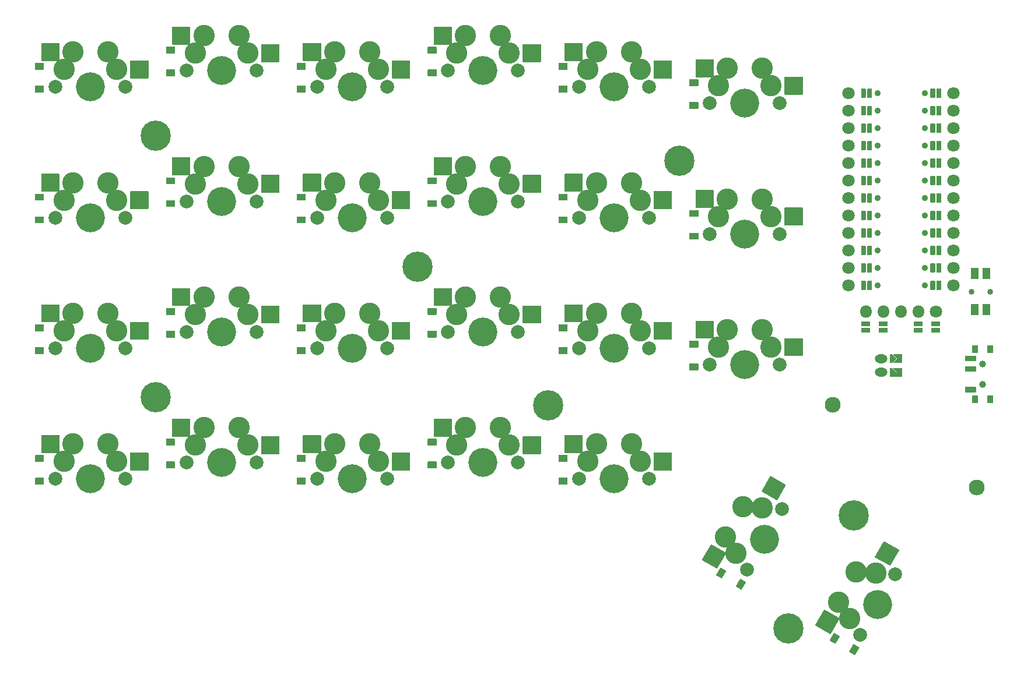
<source format=gts>
G04 #@! TF.GenerationSoftware,KiCad,Pcbnew,8.0.8+1*
G04 #@! TF.CreationDate,2025-06-17T15:49:30+00:00*
G04 #@! TF.ProjectId,eggada50_wireless,65676761-6461-4353-905f-776972656c65,0.2*
G04 #@! TF.SameCoordinates,Original*
G04 #@! TF.FileFunction,Soldermask,Top*
G04 #@! TF.FilePolarity,Negative*
%FSLAX46Y46*%
G04 Gerber Fmt 4.6, Leading zero omitted, Abs format (unit mm)*
G04 Created by KiCad (PCBNEW 8.0.8+1) date 2025-06-17 15:49:30*
%MOMM*%
%LPD*%
G01*
G04 APERTURE LIST*
%ADD10C,2.300000*%
%ADD11C,4.400000*%
%ADD12C,4.200000*%
%ADD13C,2.000000*%
%ADD14C,3.100000*%
%ADD15C,1.800000*%
%ADD16C,0.900000*%
%ADD17O,1.800000X1.800000*%
%ADD18C,1.000000*%
%ADD19C,0.850000*%
%ADD20O,1.850000X1.300000*%
G04 APERTURE END LIST*
D10*
X207762000Y-89226000D03*
X228694000Y-101245000D03*
D11*
X109500000Y-50125000D03*
X109500000Y-88125000D03*
X185468000Y-53736000D03*
X147500000Y-69125000D03*
X166468000Y-89261000D03*
X210827241Y-105262759D03*
X201327241Y-121717241D03*
D12*
X100000000Y-100000000D03*
D13*
X105080000Y-100000000D03*
X94920000Y-100000000D03*
D14*
X102540000Y-94920000D03*
X96190000Y-97460000D03*
D12*
X100000000Y-81000000D03*
D13*
X105080000Y-81000000D03*
X94920000Y-81000000D03*
D14*
X102540000Y-75920000D03*
X96190000Y-78460000D03*
D12*
X100000000Y-62000000D03*
D13*
X105080000Y-62000000D03*
X94920000Y-62000000D03*
D14*
X102540000Y-56920000D03*
X96190000Y-59460000D03*
D12*
X100000000Y-43000000D03*
D13*
X105080000Y-43000000D03*
X94920000Y-43000000D03*
D14*
X102540000Y-37920000D03*
X96190000Y-40460000D03*
D12*
X119000000Y-97625000D03*
D13*
X124080000Y-97625000D03*
X113920000Y-97625000D03*
D14*
X121540000Y-92545000D03*
X115190000Y-95085000D03*
D12*
X119000000Y-78625000D03*
D13*
X124080000Y-78625000D03*
X113920000Y-78625000D03*
D14*
X121540000Y-73545000D03*
X115190000Y-76085000D03*
D12*
X119000000Y-59625000D03*
D13*
X124080000Y-59625000D03*
X113920000Y-59625000D03*
D14*
X121540000Y-54545000D03*
X115190000Y-57085000D03*
D12*
X119000000Y-40625000D03*
D13*
X124080000Y-40625000D03*
X113920000Y-40625000D03*
D14*
X121540000Y-35545000D03*
X115190000Y-38085000D03*
D12*
X138000000Y-100000000D03*
D13*
X143080000Y-100000000D03*
X132920000Y-100000000D03*
D14*
X140540000Y-94920000D03*
X134190000Y-97460000D03*
D12*
X138000000Y-81000000D03*
D13*
X143080000Y-81000000D03*
X132920000Y-81000000D03*
D14*
X140540000Y-75920000D03*
X134190000Y-78460000D03*
D12*
X138000000Y-62000000D03*
D13*
X143080000Y-62000000D03*
X132920000Y-62000000D03*
D14*
X140540000Y-56920000D03*
X134190000Y-59460000D03*
D12*
X138000000Y-43000000D03*
D13*
X143080000Y-43000000D03*
X132920000Y-43000000D03*
D14*
X140540000Y-37920000D03*
X134190000Y-40460000D03*
D12*
X157000000Y-97625000D03*
D13*
X162080000Y-97625000D03*
X151920000Y-97625000D03*
D14*
X159540000Y-92545000D03*
X153190000Y-95085000D03*
D12*
X157000000Y-78625000D03*
D13*
X162080000Y-78625000D03*
X151920000Y-78625000D03*
D14*
X159540000Y-73545000D03*
X153190000Y-76085000D03*
D12*
X157000000Y-59625000D03*
D13*
X162080000Y-59625000D03*
X151920000Y-59625000D03*
D14*
X159540000Y-54545000D03*
X153190000Y-57085000D03*
D12*
X157000000Y-40625000D03*
D13*
X162080000Y-40625000D03*
X151920000Y-40625000D03*
D14*
X159540000Y-35545000D03*
X153190000Y-38085000D03*
D12*
X176000000Y-100000000D03*
D13*
X181080000Y-100000000D03*
X170920000Y-100000000D03*
D14*
X178540000Y-94920000D03*
X172190000Y-97460000D03*
D12*
X176000000Y-81000000D03*
D13*
X181080000Y-81000000D03*
X170920000Y-81000000D03*
D14*
X178540000Y-75920000D03*
X172190000Y-78460000D03*
D12*
X176000000Y-62000000D03*
D13*
X181080000Y-62000000D03*
X170920000Y-62000000D03*
D14*
X178540000Y-56920000D03*
X172190000Y-59460000D03*
D12*
X176000000Y-43000000D03*
D13*
X181080000Y-43000000D03*
X170920000Y-43000000D03*
D14*
X178540000Y-37920000D03*
X172190000Y-40460000D03*
D12*
X195000000Y-83375000D03*
D13*
X200080000Y-83375000D03*
X189920000Y-83375000D03*
D14*
X197540000Y-78295000D03*
X191190000Y-80835000D03*
D12*
X195000000Y-64375000D03*
D13*
X200080000Y-64375000D03*
X189920000Y-64375000D03*
D14*
X197540000Y-59295000D03*
X191190000Y-61835000D03*
D12*
X195000000Y-45375000D03*
D13*
X200080000Y-45375000D03*
X189920000Y-45375000D03*
D14*
X197540000Y-40295000D03*
X191190000Y-42835000D03*
D12*
X197850000Y-108740000D03*
D13*
X200390000Y-104340591D03*
X195310000Y-113139409D03*
D14*
X194720591Y-104000295D03*
X193745295Y-110769557D03*
D12*
X214304483Y-118240000D03*
D13*
X216844483Y-113840591D03*
X211764483Y-122639409D03*
D14*
X211175074Y-113500295D03*
X210199778Y-120269557D03*
D12*
X100000000Y-100000000D03*
D13*
X105080000Y-100000000D03*
X94920000Y-100000000D03*
D14*
X97460000Y-94920000D03*
X103810000Y-97460000D03*
G36*
G01*
X105760000Y-98710000D02*
X105760000Y-96210000D01*
G75*
G02*
X105810000Y-96160000I50000J0D01*
G01*
X108360000Y-96160000D01*
G75*
G02*
X108410000Y-96210000I0J-50000D01*
G01*
X108410000Y-98710000D01*
G75*
G02*
X108360000Y-98760000I-50000J0D01*
G01*
X105810000Y-98760000D01*
G75*
G02*
X105760000Y-98710000I0J50000D01*
G01*
G37*
G36*
G01*
X92833000Y-96170000D02*
X92833000Y-93670000D01*
G75*
G02*
X92883000Y-93620000I50000J0D01*
G01*
X95433000Y-93620000D01*
G75*
G02*
X95483000Y-93670000I0J-50000D01*
G01*
X95483000Y-96170000D01*
G75*
G02*
X95433000Y-96220000I-50000J0D01*
G01*
X92883000Y-96220000D01*
G75*
G02*
X92833000Y-96170000I0J50000D01*
G01*
G37*
D12*
X100000000Y-81000000D03*
D13*
X105080000Y-81000000D03*
X94920000Y-81000000D03*
D14*
X97460000Y-75920000D03*
X103810000Y-78460000D03*
G36*
G01*
X105760000Y-79710000D02*
X105760000Y-77210000D01*
G75*
G02*
X105810000Y-77160000I50000J0D01*
G01*
X108360000Y-77160000D01*
G75*
G02*
X108410000Y-77210000I0J-50000D01*
G01*
X108410000Y-79710000D01*
G75*
G02*
X108360000Y-79760000I-50000J0D01*
G01*
X105810000Y-79760000D01*
G75*
G02*
X105760000Y-79710000I0J50000D01*
G01*
G37*
G36*
G01*
X92833000Y-77170000D02*
X92833000Y-74670000D01*
G75*
G02*
X92883000Y-74620000I50000J0D01*
G01*
X95433000Y-74620000D01*
G75*
G02*
X95483000Y-74670000I0J-50000D01*
G01*
X95483000Y-77170000D01*
G75*
G02*
X95433000Y-77220000I-50000J0D01*
G01*
X92883000Y-77220000D01*
G75*
G02*
X92833000Y-77170000I0J50000D01*
G01*
G37*
D12*
X100000000Y-62000000D03*
D13*
X105080000Y-62000000D03*
X94920000Y-62000000D03*
D14*
X97460000Y-56920000D03*
X103810000Y-59460000D03*
G36*
G01*
X105760000Y-60710000D02*
X105760000Y-58210000D01*
G75*
G02*
X105810000Y-58160000I50000J0D01*
G01*
X108360000Y-58160000D01*
G75*
G02*
X108410000Y-58210000I0J-50000D01*
G01*
X108410000Y-60710000D01*
G75*
G02*
X108360000Y-60760000I-50000J0D01*
G01*
X105810000Y-60760000D01*
G75*
G02*
X105760000Y-60710000I0J50000D01*
G01*
G37*
G36*
G01*
X92833000Y-58170000D02*
X92833000Y-55670000D01*
G75*
G02*
X92883000Y-55620000I50000J0D01*
G01*
X95433000Y-55620000D01*
G75*
G02*
X95483000Y-55670000I0J-50000D01*
G01*
X95483000Y-58170000D01*
G75*
G02*
X95433000Y-58220000I-50000J0D01*
G01*
X92883000Y-58220000D01*
G75*
G02*
X92833000Y-58170000I0J50000D01*
G01*
G37*
D12*
X100000000Y-43000000D03*
D13*
X105080000Y-43000000D03*
X94920000Y-43000000D03*
D14*
X97460000Y-37920000D03*
X103810000Y-40460000D03*
G36*
G01*
X105760000Y-41710000D02*
X105760000Y-39210000D01*
G75*
G02*
X105810000Y-39160000I50000J0D01*
G01*
X108360000Y-39160000D01*
G75*
G02*
X108410000Y-39210000I0J-50000D01*
G01*
X108410000Y-41710000D01*
G75*
G02*
X108360000Y-41760000I-50000J0D01*
G01*
X105810000Y-41760000D01*
G75*
G02*
X105760000Y-41710000I0J50000D01*
G01*
G37*
G36*
G01*
X92833000Y-39170000D02*
X92833000Y-36670000D01*
G75*
G02*
X92883000Y-36620000I50000J0D01*
G01*
X95433000Y-36620000D01*
G75*
G02*
X95483000Y-36670000I0J-50000D01*
G01*
X95483000Y-39170000D01*
G75*
G02*
X95433000Y-39220000I-50000J0D01*
G01*
X92883000Y-39220000D01*
G75*
G02*
X92833000Y-39170000I0J50000D01*
G01*
G37*
D12*
X119000000Y-97625000D03*
D13*
X124080000Y-97625000D03*
X113920000Y-97625000D03*
D14*
X116460000Y-92545000D03*
X122810000Y-95085000D03*
G36*
G01*
X124760000Y-96335000D02*
X124760000Y-93835000D01*
G75*
G02*
X124810000Y-93785000I50000J0D01*
G01*
X127360000Y-93785000D01*
G75*
G02*
X127410000Y-93835000I0J-50000D01*
G01*
X127410000Y-96335000D01*
G75*
G02*
X127360000Y-96385000I-50000J0D01*
G01*
X124810000Y-96385000D01*
G75*
G02*
X124760000Y-96335000I0J50000D01*
G01*
G37*
G36*
G01*
X111833000Y-93795000D02*
X111833000Y-91295000D01*
G75*
G02*
X111883000Y-91245000I50000J0D01*
G01*
X114433000Y-91245000D01*
G75*
G02*
X114483000Y-91295000I0J-50000D01*
G01*
X114483000Y-93795000D01*
G75*
G02*
X114433000Y-93845000I-50000J0D01*
G01*
X111883000Y-93845000D01*
G75*
G02*
X111833000Y-93795000I0J50000D01*
G01*
G37*
D12*
X119000000Y-78625000D03*
D13*
X124080000Y-78625000D03*
X113920000Y-78625000D03*
D14*
X116460000Y-73545000D03*
X122810000Y-76085000D03*
G36*
G01*
X124760000Y-77335000D02*
X124760000Y-74835000D01*
G75*
G02*
X124810000Y-74785000I50000J0D01*
G01*
X127360000Y-74785000D01*
G75*
G02*
X127410000Y-74835000I0J-50000D01*
G01*
X127410000Y-77335000D01*
G75*
G02*
X127360000Y-77385000I-50000J0D01*
G01*
X124810000Y-77385000D01*
G75*
G02*
X124760000Y-77335000I0J50000D01*
G01*
G37*
G36*
G01*
X111833000Y-74795000D02*
X111833000Y-72295000D01*
G75*
G02*
X111883000Y-72245000I50000J0D01*
G01*
X114433000Y-72245000D01*
G75*
G02*
X114483000Y-72295000I0J-50000D01*
G01*
X114483000Y-74795000D01*
G75*
G02*
X114433000Y-74845000I-50000J0D01*
G01*
X111883000Y-74845000D01*
G75*
G02*
X111833000Y-74795000I0J50000D01*
G01*
G37*
D12*
X119000000Y-59625000D03*
D13*
X124080000Y-59625000D03*
X113920000Y-59625000D03*
D14*
X116460000Y-54545000D03*
X122810000Y-57085000D03*
G36*
G01*
X124760000Y-58335000D02*
X124760000Y-55835000D01*
G75*
G02*
X124810000Y-55785000I50000J0D01*
G01*
X127360000Y-55785000D01*
G75*
G02*
X127410000Y-55835000I0J-50000D01*
G01*
X127410000Y-58335000D01*
G75*
G02*
X127360000Y-58385000I-50000J0D01*
G01*
X124810000Y-58385000D01*
G75*
G02*
X124760000Y-58335000I0J50000D01*
G01*
G37*
G36*
G01*
X111833000Y-55795000D02*
X111833000Y-53295000D01*
G75*
G02*
X111883000Y-53245000I50000J0D01*
G01*
X114433000Y-53245000D01*
G75*
G02*
X114483000Y-53295000I0J-50000D01*
G01*
X114483000Y-55795000D01*
G75*
G02*
X114433000Y-55845000I-50000J0D01*
G01*
X111883000Y-55845000D01*
G75*
G02*
X111833000Y-55795000I0J50000D01*
G01*
G37*
D12*
X119000000Y-40625000D03*
D13*
X124080000Y-40625000D03*
X113920000Y-40625000D03*
D14*
X116460000Y-35545000D03*
X122810000Y-38085000D03*
G36*
G01*
X124760000Y-39335000D02*
X124760000Y-36835000D01*
G75*
G02*
X124810000Y-36785000I50000J0D01*
G01*
X127360000Y-36785000D01*
G75*
G02*
X127410000Y-36835000I0J-50000D01*
G01*
X127410000Y-39335000D01*
G75*
G02*
X127360000Y-39385000I-50000J0D01*
G01*
X124810000Y-39385000D01*
G75*
G02*
X124760000Y-39335000I0J50000D01*
G01*
G37*
G36*
G01*
X111833000Y-36795000D02*
X111833000Y-34295000D01*
G75*
G02*
X111883000Y-34245000I50000J0D01*
G01*
X114433000Y-34245000D01*
G75*
G02*
X114483000Y-34295000I0J-50000D01*
G01*
X114483000Y-36795000D01*
G75*
G02*
X114433000Y-36845000I-50000J0D01*
G01*
X111883000Y-36845000D01*
G75*
G02*
X111833000Y-36795000I0J50000D01*
G01*
G37*
D12*
X138000000Y-100000000D03*
D13*
X143080000Y-100000000D03*
X132920000Y-100000000D03*
D14*
X135460000Y-94920000D03*
X141810000Y-97460000D03*
G36*
G01*
X143760000Y-98710000D02*
X143760000Y-96210000D01*
G75*
G02*
X143810000Y-96160000I50000J0D01*
G01*
X146360000Y-96160000D01*
G75*
G02*
X146410000Y-96210000I0J-50000D01*
G01*
X146410000Y-98710000D01*
G75*
G02*
X146360000Y-98760000I-50000J0D01*
G01*
X143810000Y-98760000D01*
G75*
G02*
X143760000Y-98710000I0J50000D01*
G01*
G37*
G36*
G01*
X130833000Y-96170000D02*
X130833000Y-93670000D01*
G75*
G02*
X130883000Y-93620000I50000J0D01*
G01*
X133433000Y-93620000D01*
G75*
G02*
X133483000Y-93670000I0J-50000D01*
G01*
X133483000Y-96170000D01*
G75*
G02*
X133433000Y-96220000I-50000J0D01*
G01*
X130883000Y-96220000D01*
G75*
G02*
X130833000Y-96170000I0J50000D01*
G01*
G37*
D12*
X138000000Y-81000000D03*
D13*
X143080000Y-81000000D03*
X132920000Y-81000000D03*
D14*
X135460000Y-75920000D03*
X141810000Y-78460000D03*
G36*
G01*
X143760000Y-79710000D02*
X143760000Y-77210000D01*
G75*
G02*
X143810000Y-77160000I50000J0D01*
G01*
X146360000Y-77160000D01*
G75*
G02*
X146410000Y-77210000I0J-50000D01*
G01*
X146410000Y-79710000D01*
G75*
G02*
X146360000Y-79760000I-50000J0D01*
G01*
X143810000Y-79760000D01*
G75*
G02*
X143760000Y-79710000I0J50000D01*
G01*
G37*
G36*
G01*
X130833000Y-77170000D02*
X130833000Y-74670000D01*
G75*
G02*
X130883000Y-74620000I50000J0D01*
G01*
X133433000Y-74620000D01*
G75*
G02*
X133483000Y-74670000I0J-50000D01*
G01*
X133483000Y-77170000D01*
G75*
G02*
X133433000Y-77220000I-50000J0D01*
G01*
X130883000Y-77220000D01*
G75*
G02*
X130833000Y-77170000I0J50000D01*
G01*
G37*
D12*
X138000000Y-62000000D03*
D13*
X143080000Y-62000000D03*
X132920000Y-62000000D03*
D14*
X135460000Y-56920000D03*
X141810000Y-59460000D03*
G36*
G01*
X143760000Y-60710000D02*
X143760000Y-58210000D01*
G75*
G02*
X143810000Y-58160000I50000J0D01*
G01*
X146360000Y-58160000D01*
G75*
G02*
X146410000Y-58210000I0J-50000D01*
G01*
X146410000Y-60710000D01*
G75*
G02*
X146360000Y-60760000I-50000J0D01*
G01*
X143810000Y-60760000D01*
G75*
G02*
X143760000Y-60710000I0J50000D01*
G01*
G37*
G36*
G01*
X130833000Y-58170000D02*
X130833000Y-55670000D01*
G75*
G02*
X130883000Y-55620000I50000J0D01*
G01*
X133433000Y-55620000D01*
G75*
G02*
X133483000Y-55670000I0J-50000D01*
G01*
X133483000Y-58170000D01*
G75*
G02*
X133433000Y-58220000I-50000J0D01*
G01*
X130883000Y-58220000D01*
G75*
G02*
X130833000Y-58170000I0J50000D01*
G01*
G37*
D12*
X138000000Y-43000000D03*
D13*
X143080000Y-43000000D03*
X132920000Y-43000000D03*
D14*
X135460000Y-37920000D03*
X141810000Y-40460000D03*
G36*
G01*
X143760000Y-41710000D02*
X143760000Y-39210000D01*
G75*
G02*
X143810000Y-39160000I50000J0D01*
G01*
X146360000Y-39160000D01*
G75*
G02*
X146410000Y-39210000I0J-50000D01*
G01*
X146410000Y-41710000D01*
G75*
G02*
X146360000Y-41760000I-50000J0D01*
G01*
X143810000Y-41760000D01*
G75*
G02*
X143760000Y-41710000I0J50000D01*
G01*
G37*
G36*
G01*
X130833000Y-39170000D02*
X130833000Y-36670000D01*
G75*
G02*
X130883000Y-36620000I50000J0D01*
G01*
X133433000Y-36620000D01*
G75*
G02*
X133483000Y-36670000I0J-50000D01*
G01*
X133483000Y-39170000D01*
G75*
G02*
X133433000Y-39220000I-50000J0D01*
G01*
X130883000Y-39220000D01*
G75*
G02*
X130833000Y-39170000I0J50000D01*
G01*
G37*
D12*
X157000000Y-97625000D03*
D13*
X162080000Y-97625000D03*
X151920000Y-97625000D03*
D14*
X154460000Y-92545000D03*
X160810000Y-95085000D03*
G36*
G01*
X162760000Y-96335000D02*
X162760000Y-93835000D01*
G75*
G02*
X162810000Y-93785000I50000J0D01*
G01*
X165360000Y-93785000D01*
G75*
G02*
X165410000Y-93835000I0J-50000D01*
G01*
X165410000Y-96335000D01*
G75*
G02*
X165360000Y-96385000I-50000J0D01*
G01*
X162810000Y-96385000D01*
G75*
G02*
X162760000Y-96335000I0J50000D01*
G01*
G37*
G36*
G01*
X149833000Y-93795000D02*
X149833000Y-91295000D01*
G75*
G02*
X149883000Y-91245000I50000J0D01*
G01*
X152433000Y-91245000D01*
G75*
G02*
X152483000Y-91295000I0J-50000D01*
G01*
X152483000Y-93795000D01*
G75*
G02*
X152433000Y-93845000I-50000J0D01*
G01*
X149883000Y-93845000D01*
G75*
G02*
X149833000Y-93795000I0J50000D01*
G01*
G37*
D12*
X157000000Y-78625000D03*
D13*
X162080000Y-78625000D03*
X151920000Y-78625000D03*
D14*
X154460000Y-73545000D03*
X160810000Y-76085000D03*
G36*
G01*
X162760000Y-77335000D02*
X162760000Y-74835000D01*
G75*
G02*
X162810000Y-74785000I50000J0D01*
G01*
X165360000Y-74785000D01*
G75*
G02*
X165410000Y-74835000I0J-50000D01*
G01*
X165410000Y-77335000D01*
G75*
G02*
X165360000Y-77385000I-50000J0D01*
G01*
X162810000Y-77385000D01*
G75*
G02*
X162760000Y-77335000I0J50000D01*
G01*
G37*
G36*
G01*
X149833000Y-74795000D02*
X149833000Y-72295000D01*
G75*
G02*
X149883000Y-72245000I50000J0D01*
G01*
X152433000Y-72245000D01*
G75*
G02*
X152483000Y-72295000I0J-50000D01*
G01*
X152483000Y-74795000D01*
G75*
G02*
X152433000Y-74845000I-50000J0D01*
G01*
X149883000Y-74845000D01*
G75*
G02*
X149833000Y-74795000I0J50000D01*
G01*
G37*
D12*
X157000000Y-59625000D03*
D13*
X162080000Y-59625000D03*
X151920000Y-59625000D03*
D14*
X154460000Y-54545000D03*
X160810000Y-57085000D03*
G36*
G01*
X162760000Y-58335000D02*
X162760000Y-55835000D01*
G75*
G02*
X162810000Y-55785000I50000J0D01*
G01*
X165360000Y-55785000D01*
G75*
G02*
X165410000Y-55835000I0J-50000D01*
G01*
X165410000Y-58335000D01*
G75*
G02*
X165360000Y-58385000I-50000J0D01*
G01*
X162810000Y-58385000D01*
G75*
G02*
X162760000Y-58335000I0J50000D01*
G01*
G37*
G36*
G01*
X149833000Y-55795000D02*
X149833000Y-53295000D01*
G75*
G02*
X149883000Y-53245000I50000J0D01*
G01*
X152433000Y-53245000D01*
G75*
G02*
X152483000Y-53295000I0J-50000D01*
G01*
X152483000Y-55795000D01*
G75*
G02*
X152433000Y-55845000I-50000J0D01*
G01*
X149883000Y-55845000D01*
G75*
G02*
X149833000Y-55795000I0J50000D01*
G01*
G37*
D12*
X157000000Y-40625000D03*
D13*
X162080000Y-40625000D03*
X151920000Y-40625000D03*
D14*
X154460000Y-35545000D03*
X160810000Y-38085000D03*
G36*
G01*
X162760000Y-39335000D02*
X162760000Y-36835000D01*
G75*
G02*
X162810000Y-36785000I50000J0D01*
G01*
X165360000Y-36785000D01*
G75*
G02*
X165410000Y-36835000I0J-50000D01*
G01*
X165410000Y-39335000D01*
G75*
G02*
X165360000Y-39385000I-50000J0D01*
G01*
X162810000Y-39385000D01*
G75*
G02*
X162760000Y-39335000I0J50000D01*
G01*
G37*
G36*
G01*
X149833000Y-36795000D02*
X149833000Y-34295000D01*
G75*
G02*
X149883000Y-34245000I50000J0D01*
G01*
X152433000Y-34245000D01*
G75*
G02*
X152483000Y-34295000I0J-50000D01*
G01*
X152483000Y-36795000D01*
G75*
G02*
X152433000Y-36845000I-50000J0D01*
G01*
X149883000Y-36845000D01*
G75*
G02*
X149833000Y-36795000I0J50000D01*
G01*
G37*
D12*
X176000000Y-100000000D03*
D13*
X181080000Y-100000000D03*
X170920000Y-100000000D03*
D14*
X173460000Y-94920000D03*
X179810000Y-97460000D03*
G36*
G01*
X181760000Y-98710000D02*
X181760000Y-96210000D01*
G75*
G02*
X181810000Y-96160000I50000J0D01*
G01*
X184360000Y-96160000D01*
G75*
G02*
X184410000Y-96210000I0J-50000D01*
G01*
X184410000Y-98710000D01*
G75*
G02*
X184360000Y-98760000I-50000J0D01*
G01*
X181810000Y-98760000D01*
G75*
G02*
X181760000Y-98710000I0J50000D01*
G01*
G37*
G36*
G01*
X168833000Y-96170000D02*
X168833000Y-93670000D01*
G75*
G02*
X168883000Y-93620000I50000J0D01*
G01*
X171433000Y-93620000D01*
G75*
G02*
X171483000Y-93670000I0J-50000D01*
G01*
X171483000Y-96170000D01*
G75*
G02*
X171433000Y-96220000I-50000J0D01*
G01*
X168883000Y-96220000D01*
G75*
G02*
X168833000Y-96170000I0J50000D01*
G01*
G37*
D12*
X176000000Y-81000000D03*
D13*
X181080000Y-81000000D03*
X170920000Y-81000000D03*
D14*
X173460000Y-75920000D03*
X179810000Y-78460000D03*
G36*
G01*
X181760000Y-79710000D02*
X181760000Y-77210000D01*
G75*
G02*
X181810000Y-77160000I50000J0D01*
G01*
X184360000Y-77160000D01*
G75*
G02*
X184410000Y-77210000I0J-50000D01*
G01*
X184410000Y-79710000D01*
G75*
G02*
X184360000Y-79760000I-50000J0D01*
G01*
X181810000Y-79760000D01*
G75*
G02*
X181760000Y-79710000I0J50000D01*
G01*
G37*
G36*
G01*
X168833000Y-77170000D02*
X168833000Y-74670000D01*
G75*
G02*
X168883000Y-74620000I50000J0D01*
G01*
X171433000Y-74620000D01*
G75*
G02*
X171483000Y-74670000I0J-50000D01*
G01*
X171483000Y-77170000D01*
G75*
G02*
X171433000Y-77220000I-50000J0D01*
G01*
X168883000Y-77220000D01*
G75*
G02*
X168833000Y-77170000I0J50000D01*
G01*
G37*
D12*
X176000000Y-62000000D03*
D13*
X181080000Y-62000000D03*
X170920000Y-62000000D03*
D14*
X173460000Y-56920000D03*
X179810000Y-59460000D03*
G36*
G01*
X181760000Y-60710000D02*
X181760000Y-58210000D01*
G75*
G02*
X181810000Y-58160000I50000J0D01*
G01*
X184360000Y-58160000D01*
G75*
G02*
X184410000Y-58210000I0J-50000D01*
G01*
X184410000Y-60710000D01*
G75*
G02*
X184360000Y-60760000I-50000J0D01*
G01*
X181810000Y-60760000D01*
G75*
G02*
X181760000Y-60710000I0J50000D01*
G01*
G37*
G36*
G01*
X168833000Y-58170000D02*
X168833000Y-55670000D01*
G75*
G02*
X168883000Y-55620000I50000J0D01*
G01*
X171433000Y-55620000D01*
G75*
G02*
X171483000Y-55670000I0J-50000D01*
G01*
X171483000Y-58170000D01*
G75*
G02*
X171433000Y-58220000I-50000J0D01*
G01*
X168883000Y-58220000D01*
G75*
G02*
X168833000Y-58170000I0J50000D01*
G01*
G37*
D12*
X176000000Y-43000000D03*
D13*
X181080000Y-43000000D03*
X170920000Y-43000000D03*
D14*
X173460000Y-37920000D03*
X179810000Y-40460000D03*
G36*
G01*
X181760000Y-41710000D02*
X181760000Y-39210000D01*
G75*
G02*
X181810000Y-39160000I50000J0D01*
G01*
X184360000Y-39160000D01*
G75*
G02*
X184410000Y-39210000I0J-50000D01*
G01*
X184410000Y-41710000D01*
G75*
G02*
X184360000Y-41760000I-50000J0D01*
G01*
X181810000Y-41760000D01*
G75*
G02*
X181760000Y-41710000I0J50000D01*
G01*
G37*
G36*
G01*
X168833000Y-39170000D02*
X168833000Y-36670000D01*
G75*
G02*
X168883000Y-36620000I50000J0D01*
G01*
X171433000Y-36620000D01*
G75*
G02*
X171483000Y-36670000I0J-50000D01*
G01*
X171483000Y-39170000D01*
G75*
G02*
X171433000Y-39220000I-50000J0D01*
G01*
X168883000Y-39220000D01*
G75*
G02*
X168833000Y-39170000I0J50000D01*
G01*
G37*
D12*
X195000000Y-83375000D03*
D13*
X200080000Y-83375000D03*
X189920000Y-83375000D03*
D14*
X192460000Y-78295000D03*
X198810000Y-80835000D03*
G36*
G01*
X200760000Y-82085000D02*
X200760000Y-79585000D01*
G75*
G02*
X200810000Y-79535000I50000J0D01*
G01*
X203360000Y-79535000D01*
G75*
G02*
X203410000Y-79585000I0J-50000D01*
G01*
X203410000Y-82085000D01*
G75*
G02*
X203360000Y-82135000I-50000J0D01*
G01*
X200810000Y-82135000D01*
G75*
G02*
X200760000Y-82085000I0J50000D01*
G01*
G37*
G36*
G01*
X187833000Y-79545000D02*
X187833000Y-77045000D01*
G75*
G02*
X187883000Y-76995000I50000J0D01*
G01*
X190433000Y-76995000D01*
G75*
G02*
X190483000Y-77045000I0J-50000D01*
G01*
X190483000Y-79545000D01*
G75*
G02*
X190433000Y-79595000I-50000J0D01*
G01*
X187883000Y-79595000D01*
G75*
G02*
X187833000Y-79545000I0J50000D01*
G01*
G37*
D12*
X195000000Y-64375000D03*
D13*
X200080000Y-64375000D03*
X189920000Y-64375000D03*
D14*
X192460000Y-59295000D03*
X198810000Y-61835000D03*
G36*
G01*
X200760000Y-63085000D02*
X200760000Y-60585000D01*
G75*
G02*
X200810000Y-60535000I50000J0D01*
G01*
X203360000Y-60535000D01*
G75*
G02*
X203410000Y-60585000I0J-50000D01*
G01*
X203410000Y-63085000D01*
G75*
G02*
X203360000Y-63135000I-50000J0D01*
G01*
X200810000Y-63135000D01*
G75*
G02*
X200760000Y-63085000I0J50000D01*
G01*
G37*
G36*
G01*
X187833000Y-60545000D02*
X187833000Y-58045000D01*
G75*
G02*
X187883000Y-57995000I50000J0D01*
G01*
X190433000Y-57995000D01*
G75*
G02*
X190483000Y-58045000I0J-50000D01*
G01*
X190483000Y-60545000D01*
G75*
G02*
X190433000Y-60595000I-50000J0D01*
G01*
X187883000Y-60595000D01*
G75*
G02*
X187833000Y-60545000I0J50000D01*
G01*
G37*
D12*
X195000000Y-45375000D03*
D13*
X200080000Y-45375000D03*
X189920000Y-45375000D03*
D14*
X192460000Y-40295000D03*
X198810000Y-42835000D03*
G36*
G01*
X200760000Y-44085000D02*
X200760000Y-41585000D01*
G75*
G02*
X200810000Y-41535000I50000J0D01*
G01*
X203360000Y-41535000D01*
G75*
G02*
X203410000Y-41585000I0J-50000D01*
G01*
X203410000Y-44085000D01*
G75*
G02*
X203360000Y-44135000I-50000J0D01*
G01*
X200810000Y-44135000D01*
G75*
G02*
X200760000Y-44085000I0J50000D01*
G01*
G37*
G36*
G01*
X187833000Y-41545000D02*
X187833000Y-39045000D01*
G75*
G02*
X187883000Y-38995000I50000J0D01*
G01*
X190433000Y-38995000D01*
G75*
G02*
X190483000Y-39045000I0J-50000D01*
G01*
X190483000Y-41545000D01*
G75*
G02*
X190433000Y-41595000I-50000J0D01*
G01*
X187883000Y-41595000D01*
G75*
G02*
X187833000Y-41545000I0J50000D01*
G01*
G37*
D12*
X197850000Y-108740000D03*
D13*
X200390000Y-104340591D03*
X195310000Y-113139409D03*
D14*
X192180591Y-108399705D03*
X197555295Y-104170443D03*
G36*
G01*
X199612827Y-103106693D02*
X197447763Y-101856693D01*
G75*
G02*
X197429462Y-101788392I25000J43301D01*
G01*
X198704462Y-99580028D01*
G75*
G02*
X198772763Y-99561727I43301J-25000D01*
G01*
X200937827Y-100811727D01*
G75*
G02*
X200956128Y-100880028I-25000J-43301D01*
G01*
X199681128Y-103088392D01*
G75*
G02*
X199612827Y-103106693I-43301J25000D01*
G01*
G37*
G36*
G01*
X190949623Y-113031803D02*
X188784559Y-111781803D01*
G75*
G02*
X188766258Y-111713502I25000J43301D01*
G01*
X190041258Y-109505138D01*
G75*
G02*
X190109559Y-109486837I43301J-25000D01*
G01*
X192274623Y-110736837D01*
G75*
G02*
X192292924Y-110805138I-25000J-43301D01*
G01*
X191017924Y-113013502D01*
G75*
G02*
X190949623Y-113031803I-43301J25000D01*
G01*
G37*
D12*
X214304483Y-118240000D03*
D13*
X216844483Y-113840591D03*
X211764483Y-122639409D03*
D14*
X208635074Y-117899705D03*
X214009778Y-113670443D03*
G36*
G01*
X216067310Y-112606693D02*
X213902246Y-111356693D01*
G75*
G02*
X213883945Y-111288392I25000J43301D01*
G01*
X215158945Y-109080028D01*
G75*
G02*
X215227246Y-109061727I43301J-25000D01*
G01*
X217392310Y-110311727D01*
G75*
G02*
X217410611Y-110380028I-25000J-43301D01*
G01*
X216135611Y-112588392D01*
G75*
G02*
X216067310Y-112606693I-43301J25000D01*
G01*
G37*
G36*
G01*
X207404106Y-122531803D02*
X205239042Y-121281803D01*
G75*
G02*
X205220741Y-121213502I25000J43301D01*
G01*
X206495741Y-119005138D01*
G75*
G02*
X206564042Y-118986837I43301J-25000D01*
G01*
X208729106Y-120236837D01*
G75*
G02*
X208747407Y-120305138I-25000J-43301D01*
G01*
X207472407Y-122513502D01*
G75*
G02*
X207404106Y-122531803I-43301J25000D01*
G01*
G37*
G36*
G01*
X93200000Y-100825000D02*
X92000000Y-100825000D01*
G75*
G02*
X91950000Y-100775000I0J50000D01*
G01*
X91950000Y-99875000D01*
G75*
G02*
X92000000Y-99825000I50000J0D01*
G01*
X93200000Y-99825000D01*
G75*
G02*
X93250000Y-99875000I0J-50000D01*
G01*
X93250000Y-100775000D01*
G75*
G02*
X93200000Y-100825000I-50000J0D01*
G01*
G37*
G36*
G01*
X93200000Y-97525000D02*
X92000000Y-97525000D01*
G75*
G02*
X91950000Y-97475000I0J50000D01*
G01*
X91950000Y-96575000D01*
G75*
G02*
X92000000Y-96525000I50000J0D01*
G01*
X93200000Y-96525000D01*
G75*
G02*
X93250000Y-96575000I0J-50000D01*
G01*
X93250000Y-97475000D01*
G75*
G02*
X93200000Y-97525000I-50000J0D01*
G01*
G37*
G36*
G01*
X93200000Y-81825000D02*
X92000000Y-81825000D01*
G75*
G02*
X91950000Y-81775000I0J50000D01*
G01*
X91950000Y-80875000D01*
G75*
G02*
X92000000Y-80825000I50000J0D01*
G01*
X93200000Y-80825000D01*
G75*
G02*
X93250000Y-80875000I0J-50000D01*
G01*
X93250000Y-81775000D01*
G75*
G02*
X93200000Y-81825000I-50000J0D01*
G01*
G37*
G36*
G01*
X93200000Y-78525000D02*
X92000000Y-78525000D01*
G75*
G02*
X91950000Y-78475000I0J50000D01*
G01*
X91950000Y-77575000D01*
G75*
G02*
X92000000Y-77525000I50000J0D01*
G01*
X93200000Y-77525000D01*
G75*
G02*
X93250000Y-77575000I0J-50000D01*
G01*
X93250000Y-78475000D01*
G75*
G02*
X93200000Y-78525000I-50000J0D01*
G01*
G37*
G36*
G01*
X93200000Y-62825000D02*
X92000000Y-62825000D01*
G75*
G02*
X91950000Y-62775000I0J50000D01*
G01*
X91950000Y-61875000D01*
G75*
G02*
X92000000Y-61825000I50000J0D01*
G01*
X93200000Y-61825000D01*
G75*
G02*
X93250000Y-61875000I0J-50000D01*
G01*
X93250000Y-62775000D01*
G75*
G02*
X93200000Y-62825000I-50000J0D01*
G01*
G37*
G36*
G01*
X93200000Y-59525000D02*
X92000000Y-59525000D01*
G75*
G02*
X91950000Y-59475000I0J50000D01*
G01*
X91950000Y-58575000D01*
G75*
G02*
X92000000Y-58525000I50000J0D01*
G01*
X93200000Y-58525000D01*
G75*
G02*
X93250000Y-58575000I0J-50000D01*
G01*
X93250000Y-59475000D01*
G75*
G02*
X93200000Y-59525000I-50000J0D01*
G01*
G37*
G36*
G01*
X93200000Y-43825000D02*
X92000000Y-43825000D01*
G75*
G02*
X91950000Y-43775000I0J50000D01*
G01*
X91950000Y-42875000D01*
G75*
G02*
X92000000Y-42825000I50000J0D01*
G01*
X93200000Y-42825000D01*
G75*
G02*
X93250000Y-42875000I0J-50000D01*
G01*
X93250000Y-43775000D01*
G75*
G02*
X93200000Y-43825000I-50000J0D01*
G01*
G37*
G36*
G01*
X93200000Y-40525000D02*
X92000000Y-40525000D01*
G75*
G02*
X91950000Y-40475000I0J50000D01*
G01*
X91950000Y-39575000D01*
G75*
G02*
X92000000Y-39525000I50000J0D01*
G01*
X93200000Y-39525000D01*
G75*
G02*
X93250000Y-39575000I0J-50000D01*
G01*
X93250000Y-40475000D01*
G75*
G02*
X93200000Y-40525000I-50000J0D01*
G01*
G37*
G36*
G01*
X112200000Y-98450000D02*
X111000000Y-98450000D01*
G75*
G02*
X110950000Y-98400000I0J50000D01*
G01*
X110950000Y-97500000D01*
G75*
G02*
X111000000Y-97450000I50000J0D01*
G01*
X112200000Y-97450000D01*
G75*
G02*
X112250000Y-97500000I0J-50000D01*
G01*
X112250000Y-98400000D01*
G75*
G02*
X112200000Y-98450000I-50000J0D01*
G01*
G37*
G36*
G01*
X112200000Y-95150000D02*
X111000000Y-95150000D01*
G75*
G02*
X110950000Y-95100000I0J50000D01*
G01*
X110950000Y-94200000D01*
G75*
G02*
X111000000Y-94150000I50000J0D01*
G01*
X112200000Y-94150000D01*
G75*
G02*
X112250000Y-94200000I0J-50000D01*
G01*
X112250000Y-95100000D01*
G75*
G02*
X112200000Y-95150000I-50000J0D01*
G01*
G37*
G36*
G01*
X112200000Y-79450000D02*
X111000000Y-79450000D01*
G75*
G02*
X110950000Y-79400000I0J50000D01*
G01*
X110950000Y-78500000D01*
G75*
G02*
X111000000Y-78450000I50000J0D01*
G01*
X112200000Y-78450000D01*
G75*
G02*
X112250000Y-78500000I0J-50000D01*
G01*
X112250000Y-79400000D01*
G75*
G02*
X112200000Y-79450000I-50000J0D01*
G01*
G37*
G36*
G01*
X112200000Y-76150000D02*
X111000000Y-76150000D01*
G75*
G02*
X110950000Y-76100000I0J50000D01*
G01*
X110950000Y-75200000D01*
G75*
G02*
X111000000Y-75150000I50000J0D01*
G01*
X112200000Y-75150000D01*
G75*
G02*
X112250000Y-75200000I0J-50000D01*
G01*
X112250000Y-76100000D01*
G75*
G02*
X112200000Y-76150000I-50000J0D01*
G01*
G37*
G36*
G01*
X112200000Y-60450000D02*
X111000000Y-60450000D01*
G75*
G02*
X110950000Y-60400000I0J50000D01*
G01*
X110950000Y-59500000D01*
G75*
G02*
X111000000Y-59450000I50000J0D01*
G01*
X112200000Y-59450000D01*
G75*
G02*
X112250000Y-59500000I0J-50000D01*
G01*
X112250000Y-60400000D01*
G75*
G02*
X112200000Y-60450000I-50000J0D01*
G01*
G37*
G36*
G01*
X112200000Y-57150000D02*
X111000000Y-57150000D01*
G75*
G02*
X110950000Y-57100000I0J50000D01*
G01*
X110950000Y-56200000D01*
G75*
G02*
X111000000Y-56150000I50000J0D01*
G01*
X112200000Y-56150000D01*
G75*
G02*
X112250000Y-56200000I0J-50000D01*
G01*
X112250000Y-57100000D01*
G75*
G02*
X112200000Y-57150000I-50000J0D01*
G01*
G37*
G36*
G01*
X112200000Y-41450000D02*
X111000000Y-41450000D01*
G75*
G02*
X110950000Y-41400000I0J50000D01*
G01*
X110950000Y-40500000D01*
G75*
G02*
X111000000Y-40450000I50000J0D01*
G01*
X112200000Y-40450000D01*
G75*
G02*
X112250000Y-40500000I0J-50000D01*
G01*
X112250000Y-41400000D01*
G75*
G02*
X112200000Y-41450000I-50000J0D01*
G01*
G37*
G36*
G01*
X112200000Y-38150000D02*
X111000000Y-38150000D01*
G75*
G02*
X110950000Y-38100000I0J50000D01*
G01*
X110950000Y-37200000D01*
G75*
G02*
X111000000Y-37150000I50000J0D01*
G01*
X112200000Y-37150000D01*
G75*
G02*
X112250000Y-37200000I0J-50000D01*
G01*
X112250000Y-38100000D01*
G75*
G02*
X112200000Y-38150000I-50000J0D01*
G01*
G37*
G36*
G01*
X131200000Y-100825000D02*
X130000000Y-100825000D01*
G75*
G02*
X129950000Y-100775000I0J50000D01*
G01*
X129950000Y-99875000D01*
G75*
G02*
X130000000Y-99825000I50000J0D01*
G01*
X131200000Y-99825000D01*
G75*
G02*
X131250000Y-99875000I0J-50000D01*
G01*
X131250000Y-100775000D01*
G75*
G02*
X131200000Y-100825000I-50000J0D01*
G01*
G37*
G36*
G01*
X131200000Y-97525000D02*
X130000000Y-97525000D01*
G75*
G02*
X129950000Y-97475000I0J50000D01*
G01*
X129950000Y-96575000D01*
G75*
G02*
X130000000Y-96525000I50000J0D01*
G01*
X131200000Y-96525000D01*
G75*
G02*
X131250000Y-96575000I0J-50000D01*
G01*
X131250000Y-97475000D01*
G75*
G02*
X131200000Y-97525000I-50000J0D01*
G01*
G37*
G36*
G01*
X131200000Y-81825000D02*
X130000000Y-81825000D01*
G75*
G02*
X129950000Y-81775000I0J50000D01*
G01*
X129950000Y-80875000D01*
G75*
G02*
X130000000Y-80825000I50000J0D01*
G01*
X131200000Y-80825000D01*
G75*
G02*
X131250000Y-80875000I0J-50000D01*
G01*
X131250000Y-81775000D01*
G75*
G02*
X131200000Y-81825000I-50000J0D01*
G01*
G37*
G36*
G01*
X131200000Y-78525000D02*
X130000000Y-78525000D01*
G75*
G02*
X129950000Y-78475000I0J50000D01*
G01*
X129950000Y-77575000D01*
G75*
G02*
X130000000Y-77525000I50000J0D01*
G01*
X131200000Y-77525000D01*
G75*
G02*
X131250000Y-77575000I0J-50000D01*
G01*
X131250000Y-78475000D01*
G75*
G02*
X131200000Y-78525000I-50000J0D01*
G01*
G37*
G36*
G01*
X131200000Y-62825000D02*
X130000000Y-62825000D01*
G75*
G02*
X129950000Y-62775000I0J50000D01*
G01*
X129950000Y-61875000D01*
G75*
G02*
X130000000Y-61825000I50000J0D01*
G01*
X131200000Y-61825000D01*
G75*
G02*
X131250000Y-61875000I0J-50000D01*
G01*
X131250000Y-62775000D01*
G75*
G02*
X131200000Y-62825000I-50000J0D01*
G01*
G37*
G36*
G01*
X131200000Y-59525000D02*
X130000000Y-59525000D01*
G75*
G02*
X129950000Y-59475000I0J50000D01*
G01*
X129950000Y-58575000D01*
G75*
G02*
X130000000Y-58525000I50000J0D01*
G01*
X131200000Y-58525000D01*
G75*
G02*
X131250000Y-58575000I0J-50000D01*
G01*
X131250000Y-59475000D01*
G75*
G02*
X131200000Y-59525000I-50000J0D01*
G01*
G37*
G36*
G01*
X131200000Y-43825000D02*
X130000000Y-43825000D01*
G75*
G02*
X129950000Y-43775000I0J50000D01*
G01*
X129950000Y-42875000D01*
G75*
G02*
X130000000Y-42825000I50000J0D01*
G01*
X131200000Y-42825000D01*
G75*
G02*
X131250000Y-42875000I0J-50000D01*
G01*
X131250000Y-43775000D01*
G75*
G02*
X131200000Y-43825000I-50000J0D01*
G01*
G37*
G36*
G01*
X131200000Y-40525000D02*
X130000000Y-40525000D01*
G75*
G02*
X129950000Y-40475000I0J50000D01*
G01*
X129950000Y-39575000D01*
G75*
G02*
X130000000Y-39525000I50000J0D01*
G01*
X131200000Y-39525000D01*
G75*
G02*
X131250000Y-39575000I0J-50000D01*
G01*
X131250000Y-40475000D01*
G75*
G02*
X131200000Y-40525000I-50000J0D01*
G01*
G37*
G36*
G01*
X150200000Y-98450000D02*
X149000000Y-98450000D01*
G75*
G02*
X148950000Y-98400000I0J50000D01*
G01*
X148950000Y-97500000D01*
G75*
G02*
X149000000Y-97450000I50000J0D01*
G01*
X150200000Y-97450000D01*
G75*
G02*
X150250000Y-97500000I0J-50000D01*
G01*
X150250000Y-98400000D01*
G75*
G02*
X150200000Y-98450000I-50000J0D01*
G01*
G37*
G36*
G01*
X150200000Y-95150000D02*
X149000000Y-95150000D01*
G75*
G02*
X148950000Y-95100000I0J50000D01*
G01*
X148950000Y-94200000D01*
G75*
G02*
X149000000Y-94150000I50000J0D01*
G01*
X150200000Y-94150000D01*
G75*
G02*
X150250000Y-94200000I0J-50000D01*
G01*
X150250000Y-95100000D01*
G75*
G02*
X150200000Y-95150000I-50000J0D01*
G01*
G37*
G36*
G01*
X150200000Y-79450000D02*
X149000000Y-79450000D01*
G75*
G02*
X148950000Y-79400000I0J50000D01*
G01*
X148950000Y-78500000D01*
G75*
G02*
X149000000Y-78450000I50000J0D01*
G01*
X150200000Y-78450000D01*
G75*
G02*
X150250000Y-78500000I0J-50000D01*
G01*
X150250000Y-79400000D01*
G75*
G02*
X150200000Y-79450000I-50000J0D01*
G01*
G37*
G36*
G01*
X150200000Y-76150000D02*
X149000000Y-76150000D01*
G75*
G02*
X148950000Y-76100000I0J50000D01*
G01*
X148950000Y-75200000D01*
G75*
G02*
X149000000Y-75150000I50000J0D01*
G01*
X150200000Y-75150000D01*
G75*
G02*
X150250000Y-75200000I0J-50000D01*
G01*
X150250000Y-76100000D01*
G75*
G02*
X150200000Y-76150000I-50000J0D01*
G01*
G37*
G36*
G01*
X150200000Y-60450000D02*
X149000000Y-60450000D01*
G75*
G02*
X148950000Y-60400000I0J50000D01*
G01*
X148950000Y-59500000D01*
G75*
G02*
X149000000Y-59450000I50000J0D01*
G01*
X150200000Y-59450000D01*
G75*
G02*
X150250000Y-59500000I0J-50000D01*
G01*
X150250000Y-60400000D01*
G75*
G02*
X150200000Y-60450000I-50000J0D01*
G01*
G37*
G36*
G01*
X150200000Y-57150000D02*
X149000000Y-57150000D01*
G75*
G02*
X148950000Y-57100000I0J50000D01*
G01*
X148950000Y-56200000D01*
G75*
G02*
X149000000Y-56150000I50000J0D01*
G01*
X150200000Y-56150000D01*
G75*
G02*
X150250000Y-56200000I0J-50000D01*
G01*
X150250000Y-57100000D01*
G75*
G02*
X150200000Y-57150000I-50000J0D01*
G01*
G37*
G36*
G01*
X150200000Y-41450000D02*
X149000000Y-41450000D01*
G75*
G02*
X148950000Y-41400000I0J50000D01*
G01*
X148950000Y-40500000D01*
G75*
G02*
X149000000Y-40450000I50000J0D01*
G01*
X150200000Y-40450000D01*
G75*
G02*
X150250000Y-40500000I0J-50000D01*
G01*
X150250000Y-41400000D01*
G75*
G02*
X150200000Y-41450000I-50000J0D01*
G01*
G37*
G36*
G01*
X150200000Y-38150000D02*
X149000000Y-38150000D01*
G75*
G02*
X148950000Y-38100000I0J50000D01*
G01*
X148950000Y-37200000D01*
G75*
G02*
X149000000Y-37150000I50000J0D01*
G01*
X150200000Y-37150000D01*
G75*
G02*
X150250000Y-37200000I0J-50000D01*
G01*
X150250000Y-38100000D01*
G75*
G02*
X150200000Y-38150000I-50000J0D01*
G01*
G37*
G36*
G01*
X169200000Y-100825000D02*
X168000000Y-100825000D01*
G75*
G02*
X167950000Y-100775000I0J50000D01*
G01*
X167950000Y-99875000D01*
G75*
G02*
X168000000Y-99825000I50000J0D01*
G01*
X169200000Y-99825000D01*
G75*
G02*
X169250000Y-99875000I0J-50000D01*
G01*
X169250000Y-100775000D01*
G75*
G02*
X169200000Y-100825000I-50000J0D01*
G01*
G37*
G36*
G01*
X169200000Y-97525000D02*
X168000000Y-97525000D01*
G75*
G02*
X167950000Y-97475000I0J50000D01*
G01*
X167950000Y-96575000D01*
G75*
G02*
X168000000Y-96525000I50000J0D01*
G01*
X169200000Y-96525000D01*
G75*
G02*
X169250000Y-96575000I0J-50000D01*
G01*
X169250000Y-97475000D01*
G75*
G02*
X169200000Y-97525000I-50000J0D01*
G01*
G37*
G36*
G01*
X169200000Y-81825000D02*
X168000000Y-81825000D01*
G75*
G02*
X167950000Y-81775000I0J50000D01*
G01*
X167950000Y-80875000D01*
G75*
G02*
X168000000Y-80825000I50000J0D01*
G01*
X169200000Y-80825000D01*
G75*
G02*
X169250000Y-80875000I0J-50000D01*
G01*
X169250000Y-81775000D01*
G75*
G02*
X169200000Y-81825000I-50000J0D01*
G01*
G37*
G36*
G01*
X169200000Y-78525000D02*
X168000000Y-78525000D01*
G75*
G02*
X167950000Y-78475000I0J50000D01*
G01*
X167950000Y-77575000D01*
G75*
G02*
X168000000Y-77525000I50000J0D01*
G01*
X169200000Y-77525000D01*
G75*
G02*
X169250000Y-77575000I0J-50000D01*
G01*
X169250000Y-78475000D01*
G75*
G02*
X169200000Y-78525000I-50000J0D01*
G01*
G37*
G36*
G01*
X169200000Y-62825000D02*
X168000000Y-62825000D01*
G75*
G02*
X167950000Y-62775000I0J50000D01*
G01*
X167950000Y-61875000D01*
G75*
G02*
X168000000Y-61825000I50000J0D01*
G01*
X169200000Y-61825000D01*
G75*
G02*
X169250000Y-61875000I0J-50000D01*
G01*
X169250000Y-62775000D01*
G75*
G02*
X169200000Y-62825000I-50000J0D01*
G01*
G37*
G36*
G01*
X169200000Y-59525000D02*
X168000000Y-59525000D01*
G75*
G02*
X167950000Y-59475000I0J50000D01*
G01*
X167950000Y-58575000D01*
G75*
G02*
X168000000Y-58525000I50000J0D01*
G01*
X169200000Y-58525000D01*
G75*
G02*
X169250000Y-58575000I0J-50000D01*
G01*
X169250000Y-59475000D01*
G75*
G02*
X169200000Y-59525000I-50000J0D01*
G01*
G37*
G36*
G01*
X169200000Y-43825000D02*
X168000000Y-43825000D01*
G75*
G02*
X167950000Y-43775000I0J50000D01*
G01*
X167950000Y-42875000D01*
G75*
G02*
X168000000Y-42825000I50000J0D01*
G01*
X169200000Y-42825000D01*
G75*
G02*
X169250000Y-42875000I0J-50000D01*
G01*
X169250000Y-43775000D01*
G75*
G02*
X169200000Y-43825000I-50000J0D01*
G01*
G37*
G36*
G01*
X169200000Y-40525000D02*
X168000000Y-40525000D01*
G75*
G02*
X167950000Y-40475000I0J50000D01*
G01*
X167950000Y-39575000D01*
G75*
G02*
X168000000Y-39525000I50000J0D01*
G01*
X169200000Y-39525000D01*
G75*
G02*
X169250000Y-39575000I0J-50000D01*
G01*
X169250000Y-40475000D01*
G75*
G02*
X169200000Y-40525000I-50000J0D01*
G01*
G37*
G36*
G01*
X188200000Y-84200000D02*
X187000000Y-84200000D01*
G75*
G02*
X186950000Y-84150000I0J50000D01*
G01*
X186950000Y-83250000D01*
G75*
G02*
X187000000Y-83200000I50000J0D01*
G01*
X188200000Y-83200000D01*
G75*
G02*
X188250000Y-83250000I0J-50000D01*
G01*
X188250000Y-84150000D01*
G75*
G02*
X188200000Y-84200000I-50000J0D01*
G01*
G37*
G36*
G01*
X188200000Y-80900000D02*
X187000000Y-80900000D01*
G75*
G02*
X186950000Y-80850000I0J50000D01*
G01*
X186950000Y-79950000D01*
G75*
G02*
X187000000Y-79900000I50000J0D01*
G01*
X188200000Y-79900000D01*
G75*
G02*
X188250000Y-79950000I0J-50000D01*
G01*
X188250000Y-80850000D01*
G75*
G02*
X188200000Y-80900000I-50000J0D01*
G01*
G37*
G36*
G01*
X188200000Y-65200000D02*
X187000000Y-65200000D01*
G75*
G02*
X186950000Y-65150000I0J50000D01*
G01*
X186950000Y-64250000D01*
G75*
G02*
X187000000Y-64200000I50000J0D01*
G01*
X188200000Y-64200000D01*
G75*
G02*
X188250000Y-64250000I0J-50000D01*
G01*
X188250000Y-65150000D01*
G75*
G02*
X188200000Y-65200000I-50000J0D01*
G01*
G37*
G36*
G01*
X188200000Y-61900000D02*
X187000000Y-61900000D01*
G75*
G02*
X186950000Y-61850000I0J50000D01*
G01*
X186950000Y-60950000D01*
G75*
G02*
X187000000Y-60900000I50000J0D01*
G01*
X188200000Y-60900000D01*
G75*
G02*
X188250000Y-60950000I0J-50000D01*
G01*
X188250000Y-61850000D01*
G75*
G02*
X188200000Y-61900000I-50000J0D01*
G01*
G37*
G36*
G01*
X188200000Y-46200000D02*
X187000000Y-46200000D01*
G75*
G02*
X186950000Y-46150000I0J50000D01*
G01*
X186950000Y-45250000D01*
G75*
G02*
X187000000Y-45200000I50000J0D01*
G01*
X188200000Y-45200000D01*
G75*
G02*
X188250000Y-45250000I0J-50000D01*
G01*
X188250000Y-46150000D01*
G75*
G02*
X188200000Y-46200000I-50000J0D01*
G01*
G37*
G36*
G01*
X188200000Y-42900000D02*
X187000000Y-42900000D01*
G75*
G02*
X186950000Y-42850000I0J50000D01*
G01*
X186950000Y-41950000D01*
G75*
G02*
X187000000Y-41900000I50000J0D01*
G01*
X188200000Y-41900000D01*
G75*
G02*
X188250000Y-41950000I0J-50000D01*
G01*
X188250000Y-42850000D01*
G75*
G02*
X188200000Y-42900000I-50000J0D01*
G01*
G37*
G36*
G01*
X195164470Y-115041473D02*
X194564470Y-116080703D01*
G75*
G02*
X194496169Y-116099004I-43301J25000D01*
G01*
X193716747Y-115649004D01*
G75*
G02*
X193698446Y-115580703I25000J43301D01*
G01*
X194298446Y-114541473D01*
G75*
G02*
X194366747Y-114523172I43301J-25000D01*
G01*
X195146169Y-114973172D01*
G75*
G02*
X195164470Y-115041473I-25000J-43301D01*
G01*
G37*
G36*
G01*
X192306586Y-113391473D02*
X191706586Y-114430703D01*
G75*
G02*
X191638285Y-114449004I-43301J25000D01*
G01*
X190858863Y-113999004D01*
G75*
G02*
X190840562Y-113930703I25000J43301D01*
G01*
X191440562Y-112891473D01*
G75*
G02*
X191508863Y-112873172I43301J-25000D01*
G01*
X192288285Y-113323172D01*
G75*
G02*
X192306586Y-113391473I-25000J-43301D01*
G01*
G37*
G36*
G01*
X211618953Y-124541473D02*
X211018953Y-125580703D01*
G75*
G02*
X210950652Y-125599004I-43301J25000D01*
G01*
X210171230Y-125149004D01*
G75*
G02*
X210152929Y-125080703I25000J43301D01*
G01*
X210752929Y-124041473D01*
G75*
G02*
X210821230Y-124023172I43301J-25000D01*
G01*
X211600652Y-124473172D01*
G75*
G02*
X211618953Y-124541473I-25000J-43301D01*
G01*
G37*
G36*
G01*
X208761069Y-122891473D02*
X208161069Y-123930703D01*
G75*
G02*
X208092768Y-123949004I-43301J25000D01*
G01*
X207313346Y-123499004D01*
G75*
G02*
X207295045Y-123430703I25000J43301D01*
G01*
X207895045Y-122391473D01*
G75*
G02*
X207963346Y-122373172I43301J-25000D01*
G01*
X208742768Y-122823172D01*
G75*
G02*
X208761069Y-122891473I-25000J-43301D01*
G01*
G37*
D15*
X210084000Y-43920000D03*
X225324000Y-43920000D03*
D16*
X214304000Y-43920000D03*
X221104000Y-43920000D03*
G36*
G01*
X211874000Y-44520000D02*
X211874000Y-43320000D01*
G75*
G02*
X211924000Y-43270000I50000J0D01*
G01*
X212524000Y-43270000D01*
G75*
G02*
X212574000Y-43320000I0J-50000D01*
G01*
X212574000Y-44520000D01*
G75*
G02*
X212524000Y-44570000I-50000J0D01*
G01*
X211924000Y-44570000D01*
G75*
G02*
X211874000Y-44520000I0J50000D01*
G01*
G37*
G36*
G01*
X212774000Y-44520000D02*
X212774000Y-43320000D01*
G75*
G02*
X212824000Y-43270000I50000J0D01*
G01*
X213424000Y-43270000D01*
G75*
G02*
X213474000Y-43320000I0J-50000D01*
G01*
X213474000Y-44520000D01*
G75*
G02*
X213424000Y-44570000I-50000J0D01*
G01*
X212824000Y-44570000D01*
G75*
G02*
X212774000Y-44520000I0J50000D01*
G01*
G37*
G36*
G01*
X221934000Y-44520000D02*
X221934000Y-43320000D01*
G75*
G02*
X221984000Y-43270000I50000J0D01*
G01*
X222584000Y-43270000D01*
G75*
G02*
X222634000Y-43320000I0J-50000D01*
G01*
X222634000Y-44520000D01*
G75*
G02*
X222584000Y-44570000I-50000J0D01*
G01*
X221984000Y-44570000D01*
G75*
G02*
X221934000Y-44520000I0J50000D01*
G01*
G37*
G36*
G01*
X222834000Y-44520000D02*
X222834000Y-43320000D01*
G75*
G02*
X222884000Y-43270000I50000J0D01*
G01*
X223484000Y-43270000D01*
G75*
G02*
X223534000Y-43320000I0J-50000D01*
G01*
X223534000Y-44520000D01*
G75*
G02*
X223484000Y-44570000I-50000J0D01*
G01*
X222884000Y-44570000D01*
G75*
G02*
X222834000Y-44520000I0J50000D01*
G01*
G37*
D15*
X210084000Y-46460000D03*
X225324000Y-46460000D03*
D16*
X214304000Y-46460000D03*
X221104000Y-46460000D03*
G36*
G01*
X211874000Y-47060000D02*
X211874000Y-45860000D01*
G75*
G02*
X211924000Y-45810000I50000J0D01*
G01*
X212524000Y-45810000D01*
G75*
G02*
X212574000Y-45860000I0J-50000D01*
G01*
X212574000Y-47060000D01*
G75*
G02*
X212524000Y-47110000I-50000J0D01*
G01*
X211924000Y-47110000D01*
G75*
G02*
X211874000Y-47060000I0J50000D01*
G01*
G37*
G36*
G01*
X212774000Y-47060000D02*
X212774000Y-45860000D01*
G75*
G02*
X212824000Y-45810000I50000J0D01*
G01*
X213424000Y-45810000D01*
G75*
G02*
X213474000Y-45860000I0J-50000D01*
G01*
X213474000Y-47060000D01*
G75*
G02*
X213424000Y-47110000I-50000J0D01*
G01*
X212824000Y-47110000D01*
G75*
G02*
X212774000Y-47060000I0J50000D01*
G01*
G37*
G36*
G01*
X221934000Y-47060000D02*
X221934000Y-45860000D01*
G75*
G02*
X221984000Y-45810000I50000J0D01*
G01*
X222584000Y-45810000D01*
G75*
G02*
X222634000Y-45860000I0J-50000D01*
G01*
X222634000Y-47060000D01*
G75*
G02*
X222584000Y-47110000I-50000J0D01*
G01*
X221984000Y-47110000D01*
G75*
G02*
X221934000Y-47060000I0J50000D01*
G01*
G37*
G36*
G01*
X222834000Y-47060000D02*
X222834000Y-45860000D01*
G75*
G02*
X222884000Y-45810000I50000J0D01*
G01*
X223484000Y-45810000D01*
G75*
G02*
X223534000Y-45860000I0J-50000D01*
G01*
X223534000Y-47060000D01*
G75*
G02*
X223484000Y-47110000I-50000J0D01*
G01*
X222884000Y-47110000D01*
G75*
G02*
X222834000Y-47060000I0J50000D01*
G01*
G37*
D15*
X210084000Y-49000000D03*
X225324000Y-49000000D03*
D16*
X214304000Y-49000000D03*
X221104000Y-49000000D03*
G36*
G01*
X211874000Y-49600000D02*
X211874000Y-48400000D01*
G75*
G02*
X211924000Y-48350000I50000J0D01*
G01*
X212524000Y-48350000D01*
G75*
G02*
X212574000Y-48400000I0J-50000D01*
G01*
X212574000Y-49600000D01*
G75*
G02*
X212524000Y-49650000I-50000J0D01*
G01*
X211924000Y-49650000D01*
G75*
G02*
X211874000Y-49600000I0J50000D01*
G01*
G37*
G36*
G01*
X212774000Y-49600000D02*
X212774000Y-48400000D01*
G75*
G02*
X212824000Y-48350000I50000J0D01*
G01*
X213424000Y-48350000D01*
G75*
G02*
X213474000Y-48400000I0J-50000D01*
G01*
X213474000Y-49600000D01*
G75*
G02*
X213424000Y-49650000I-50000J0D01*
G01*
X212824000Y-49650000D01*
G75*
G02*
X212774000Y-49600000I0J50000D01*
G01*
G37*
G36*
G01*
X221934000Y-49600000D02*
X221934000Y-48400000D01*
G75*
G02*
X221984000Y-48350000I50000J0D01*
G01*
X222584000Y-48350000D01*
G75*
G02*
X222634000Y-48400000I0J-50000D01*
G01*
X222634000Y-49600000D01*
G75*
G02*
X222584000Y-49650000I-50000J0D01*
G01*
X221984000Y-49650000D01*
G75*
G02*
X221934000Y-49600000I0J50000D01*
G01*
G37*
G36*
G01*
X222834000Y-49600000D02*
X222834000Y-48400000D01*
G75*
G02*
X222884000Y-48350000I50000J0D01*
G01*
X223484000Y-48350000D01*
G75*
G02*
X223534000Y-48400000I0J-50000D01*
G01*
X223534000Y-49600000D01*
G75*
G02*
X223484000Y-49650000I-50000J0D01*
G01*
X222884000Y-49650000D01*
G75*
G02*
X222834000Y-49600000I0J50000D01*
G01*
G37*
D15*
X210084000Y-51540000D03*
X225324000Y-51540000D03*
D16*
X214304000Y-51540000D03*
X221104000Y-51540000D03*
G36*
G01*
X211874000Y-52140000D02*
X211874000Y-50940000D01*
G75*
G02*
X211924000Y-50890000I50000J0D01*
G01*
X212524000Y-50890000D01*
G75*
G02*
X212574000Y-50940000I0J-50000D01*
G01*
X212574000Y-52140000D01*
G75*
G02*
X212524000Y-52190000I-50000J0D01*
G01*
X211924000Y-52190000D01*
G75*
G02*
X211874000Y-52140000I0J50000D01*
G01*
G37*
G36*
G01*
X212774000Y-52140000D02*
X212774000Y-50940000D01*
G75*
G02*
X212824000Y-50890000I50000J0D01*
G01*
X213424000Y-50890000D01*
G75*
G02*
X213474000Y-50940000I0J-50000D01*
G01*
X213474000Y-52140000D01*
G75*
G02*
X213424000Y-52190000I-50000J0D01*
G01*
X212824000Y-52190000D01*
G75*
G02*
X212774000Y-52140000I0J50000D01*
G01*
G37*
G36*
G01*
X221934000Y-52140000D02*
X221934000Y-50940000D01*
G75*
G02*
X221984000Y-50890000I50000J0D01*
G01*
X222584000Y-50890000D01*
G75*
G02*
X222634000Y-50940000I0J-50000D01*
G01*
X222634000Y-52140000D01*
G75*
G02*
X222584000Y-52190000I-50000J0D01*
G01*
X221984000Y-52190000D01*
G75*
G02*
X221934000Y-52140000I0J50000D01*
G01*
G37*
G36*
G01*
X222834000Y-52140000D02*
X222834000Y-50940000D01*
G75*
G02*
X222884000Y-50890000I50000J0D01*
G01*
X223484000Y-50890000D01*
G75*
G02*
X223534000Y-50940000I0J-50000D01*
G01*
X223534000Y-52140000D01*
G75*
G02*
X223484000Y-52190000I-50000J0D01*
G01*
X222884000Y-52190000D01*
G75*
G02*
X222834000Y-52140000I0J50000D01*
G01*
G37*
D15*
X210084000Y-54080000D03*
X225324000Y-54080000D03*
D16*
X214304000Y-54080000D03*
X221104000Y-54080000D03*
G36*
G01*
X211874000Y-54680000D02*
X211874000Y-53480000D01*
G75*
G02*
X211924000Y-53430000I50000J0D01*
G01*
X212524000Y-53430000D01*
G75*
G02*
X212574000Y-53480000I0J-50000D01*
G01*
X212574000Y-54680000D01*
G75*
G02*
X212524000Y-54730000I-50000J0D01*
G01*
X211924000Y-54730000D01*
G75*
G02*
X211874000Y-54680000I0J50000D01*
G01*
G37*
G36*
G01*
X212774000Y-54680000D02*
X212774000Y-53480000D01*
G75*
G02*
X212824000Y-53430000I50000J0D01*
G01*
X213424000Y-53430000D01*
G75*
G02*
X213474000Y-53480000I0J-50000D01*
G01*
X213474000Y-54680000D01*
G75*
G02*
X213424000Y-54730000I-50000J0D01*
G01*
X212824000Y-54730000D01*
G75*
G02*
X212774000Y-54680000I0J50000D01*
G01*
G37*
G36*
G01*
X221934000Y-54680000D02*
X221934000Y-53480000D01*
G75*
G02*
X221984000Y-53430000I50000J0D01*
G01*
X222584000Y-53430000D01*
G75*
G02*
X222634000Y-53480000I0J-50000D01*
G01*
X222634000Y-54680000D01*
G75*
G02*
X222584000Y-54730000I-50000J0D01*
G01*
X221984000Y-54730000D01*
G75*
G02*
X221934000Y-54680000I0J50000D01*
G01*
G37*
G36*
G01*
X222834000Y-54680000D02*
X222834000Y-53480000D01*
G75*
G02*
X222884000Y-53430000I50000J0D01*
G01*
X223484000Y-53430000D01*
G75*
G02*
X223534000Y-53480000I0J-50000D01*
G01*
X223534000Y-54680000D01*
G75*
G02*
X223484000Y-54730000I-50000J0D01*
G01*
X222884000Y-54730000D01*
G75*
G02*
X222834000Y-54680000I0J50000D01*
G01*
G37*
D15*
X210084000Y-56620000D03*
X225324000Y-56620000D03*
D16*
X214304000Y-56620000D03*
X221104000Y-56620000D03*
G36*
G01*
X211874000Y-57220000D02*
X211874000Y-56020000D01*
G75*
G02*
X211924000Y-55970000I50000J0D01*
G01*
X212524000Y-55970000D01*
G75*
G02*
X212574000Y-56020000I0J-50000D01*
G01*
X212574000Y-57220000D01*
G75*
G02*
X212524000Y-57270000I-50000J0D01*
G01*
X211924000Y-57270000D01*
G75*
G02*
X211874000Y-57220000I0J50000D01*
G01*
G37*
G36*
G01*
X212774000Y-57220000D02*
X212774000Y-56020000D01*
G75*
G02*
X212824000Y-55970000I50000J0D01*
G01*
X213424000Y-55970000D01*
G75*
G02*
X213474000Y-56020000I0J-50000D01*
G01*
X213474000Y-57220000D01*
G75*
G02*
X213424000Y-57270000I-50000J0D01*
G01*
X212824000Y-57270000D01*
G75*
G02*
X212774000Y-57220000I0J50000D01*
G01*
G37*
G36*
G01*
X221934000Y-57220000D02*
X221934000Y-56020000D01*
G75*
G02*
X221984000Y-55970000I50000J0D01*
G01*
X222584000Y-55970000D01*
G75*
G02*
X222634000Y-56020000I0J-50000D01*
G01*
X222634000Y-57220000D01*
G75*
G02*
X222584000Y-57270000I-50000J0D01*
G01*
X221984000Y-57270000D01*
G75*
G02*
X221934000Y-57220000I0J50000D01*
G01*
G37*
G36*
G01*
X222834000Y-57220000D02*
X222834000Y-56020000D01*
G75*
G02*
X222884000Y-55970000I50000J0D01*
G01*
X223484000Y-55970000D01*
G75*
G02*
X223534000Y-56020000I0J-50000D01*
G01*
X223534000Y-57220000D01*
G75*
G02*
X223484000Y-57270000I-50000J0D01*
G01*
X222884000Y-57270000D01*
G75*
G02*
X222834000Y-57220000I0J50000D01*
G01*
G37*
D15*
X210084000Y-59160000D03*
X225324000Y-59160000D03*
D16*
X214304000Y-59160000D03*
X221104000Y-59160000D03*
G36*
G01*
X211874000Y-59760000D02*
X211874000Y-58560000D01*
G75*
G02*
X211924000Y-58510000I50000J0D01*
G01*
X212524000Y-58510000D01*
G75*
G02*
X212574000Y-58560000I0J-50000D01*
G01*
X212574000Y-59760000D01*
G75*
G02*
X212524000Y-59810000I-50000J0D01*
G01*
X211924000Y-59810000D01*
G75*
G02*
X211874000Y-59760000I0J50000D01*
G01*
G37*
G36*
G01*
X212774000Y-59760000D02*
X212774000Y-58560000D01*
G75*
G02*
X212824000Y-58510000I50000J0D01*
G01*
X213424000Y-58510000D01*
G75*
G02*
X213474000Y-58560000I0J-50000D01*
G01*
X213474000Y-59760000D01*
G75*
G02*
X213424000Y-59810000I-50000J0D01*
G01*
X212824000Y-59810000D01*
G75*
G02*
X212774000Y-59760000I0J50000D01*
G01*
G37*
G36*
G01*
X221934000Y-59760000D02*
X221934000Y-58560000D01*
G75*
G02*
X221984000Y-58510000I50000J0D01*
G01*
X222584000Y-58510000D01*
G75*
G02*
X222634000Y-58560000I0J-50000D01*
G01*
X222634000Y-59760000D01*
G75*
G02*
X222584000Y-59810000I-50000J0D01*
G01*
X221984000Y-59810000D01*
G75*
G02*
X221934000Y-59760000I0J50000D01*
G01*
G37*
G36*
G01*
X222834000Y-59760000D02*
X222834000Y-58560000D01*
G75*
G02*
X222884000Y-58510000I50000J0D01*
G01*
X223484000Y-58510000D01*
G75*
G02*
X223534000Y-58560000I0J-50000D01*
G01*
X223534000Y-59760000D01*
G75*
G02*
X223484000Y-59810000I-50000J0D01*
G01*
X222884000Y-59810000D01*
G75*
G02*
X222834000Y-59760000I0J50000D01*
G01*
G37*
D15*
X210084000Y-61700000D03*
X225324000Y-61700000D03*
D16*
X214304000Y-61700000D03*
X221104000Y-61700000D03*
G36*
G01*
X211874000Y-62300000D02*
X211874000Y-61100000D01*
G75*
G02*
X211924000Y-61050000I50000J0D01*
G01*
X212524000Y-61050000D01*
G75*
G02*
X212574000Y-61100000I0J-50000D01*
G01*
X212574000Y-62300000D01*
G75*
G02*
X212524000Y-62350000I-50000J0D01*
G01*
X211924000Y-62350000D01*
G75*
G02*
X211874000Y-62300000I0J50000D01*
G01*
G37*
G36*
G01*
X212774000Y-62300000D02*
X212774000Y-61100000D01*
G75*
G02*
X212824000Y-61050000I50000J0D01*
G01*
X213424000Y-61050000D01*
G75*
G02*
X213474000Y-61100000I0J-50000D01*
G01*
X213474000Y-62300000D01*
G75*
G02*
X213424000Y-62350000I-50000J0D01*
G01*
X212824000Y-62350000D01*
G75*
G02*
X212774000Y-62300000I0J50000D01*
G01*
G37*
G36*
G01*
X221934000Y-62300000D02*
X221934000Y-61100000D01*
G75*
G02*
X221984000Y-61050000I50000J0D01*
G01*
X222584000Y-61050000D01*
G75*
G02*
X222634000Y-61100000I0J-50000D01*
G01*
X222634000Y-62300000D01*
G75*
G02*
X222584000Y-62350000I-50000J0D01*
G01*
X221984000Y-62350000D01*
G75*
G02*
X221934000Y-62300000I0J50000D01*
G01*
G37*
G36*
G01*
X222834000Y-62300000D02*
X222834000Y-61100000D01*
G75*
G02*
X222884000Y-61050000I50000J0D01*
G01*
X223484000Y-61050000D01*
G75*
G02*
X223534000Y-61100000I0J-50000D01*
G01*
X223534000Y-62300000D01*
G75*
G02*
X223484000Y-62350000I-50000J0D01*
G01*
X222884000Y-62350000D01*
G75*
G02*
X222834000Y-62300000I0J50000D01*
G01*
G37*
D15*
X210084000Y-64240000D03*
X225324000Y-64240000D03*
D16*
X214304000Y-64240000D03*
X221104000Y-64240000D03*
G36*
G01*
X211874000Y-64840000D02*
X211874000Y-63640000D01*
G75*
G02*
X211924000Y-63590000I50000J0D01*
G01*
X212524000Y-63590000D01*
G75*
G02*
X212574000Y-63640000I0J-50000D01*
G01*
X212574000Y-64840000D01*
G75*
G02*
X212524000Y-64890000I-50000J0D01*
G01*
X211924000Y-64890000D01*
G75*
G02*
X211874000Y-64840000I0J50000D01*
G01*
G37*
G36*
G01*
X212774000Y-64840000D02*
X212774000Y-63640000D01*
G75*
G02*
X212824000Y-63590000I50000J0D01*
G01*
X213424000Y-63590000D01*
G75*
G02*
X213474000Y-63640000I0J-50000D01*
G01*
X213474000Y-64840000D01*
G75*
G02*
X213424000Y-64890000I-50000J0D01*
G01*
X212824000Y-64890000D01*
G75*
G02*
X212774000Y-64840000I0J50000D01*
G01*
G37*
G36*
G01*
X221934000Y-64840000D02*
X221934000Y-63640000D01*
G75*
G02*
X221984000Y-63590000I50000J0D01*
G01*
X222584000Y-63590000D01*
G75*
G02*
X222634000Y-63640000I0J-50000D01*
G01*
X222634000Y-64840000D01*
G75*
G02*
X222584000Y-64890000I-50000J0D01*
G01*
X221984000Y-64890000D01*
G75*
G02*
X221934000Y-64840000I0J50000D01*
G01*
G37*
G36*
G01*
X222834000Y-64840000D02*
X222834000Y-63640000D01*
G75*
G02*
X222884000Y-63590000I50000J0D01*
G01*
X223484000Y-63590000D01*
G75*
G02*
X223534000Y-63640000I0J-50000D01*
G01*
X223534000Y-64840000D01*
G75*
G02*
X223484000Y-64890000I-50000J0D01*
G01*
X222884000Y-64890000D01*
G75*
G02*
X222834000Y-64840000I0J50000D01*
G01*
G37*
D15*
X210084000Y-66780000D03*
X225324000Y-66780000D03*
D16*
X214304000Y-66780000D03*
X221104000Y-66780000D03*
G36*
G01*
X211874000Y-67380000D02*
X211874000Y-66180000D01*
G75*
G02*
X211924000Y-66130000I50000J0D01*
G01*
X212524000Y-66130000D01*
G75*
G02*
X212574000Y-66180000I0J-50000D01*
G01*
X212574000Y-67380000D01*
G75*
G02*
X212524000Y-67430000I-50000J0D01*
G01*
X211924000Y-67430000D01*
G75*
G02*
X211874000Y-67380000I0J50000D01*
G01*
G37*
G36*
G01*
X212774000Y-67380000D02*
X212774000Y-66180000D01*
G75*
G02*
X212824000Y-66130000I50000J0D01*
G01*
X213424000Y-66130000D01*
G75*
G02*
X213474000Y-66180000I0J-50000D01*
G01*
X213474000Y-67380000D01*
G75*
G02*
X213424000Y-67430000I-50000J0D01*
G01*
X212824000Y-67430000D01*
G75*
G02*
X212774000Y-67380000I0J50000D01*
G01*
G37*
G36*
G01*
X221934000Y-67380000D02*
X221934000Y-66180000D01*
G75*
G02*
X221984000Y-66130000I50000J0D01*
G01*
X222584000Y-66130000D01*
G75*
G02*
X222634000Y-66180000I0J-50000D01*
G01*
X222634000Y-67380000D01*
G75*
G02*
X222584000Y-67430000I-50000J0D01*
G01*
X221984000Y-67430000D01*
G75*
G02*
X221934000Y-67380000I0J50000D01*
G01*
G37*
G36*
G01*
X222834000Y-67380000D02*
X222834000Y-66180000D01*
G75*
G02*
X222884000Y-66130000I50000J0D01*
G01*
X223484000Y-66130000D01*
G75*
G02*
X223534000Y-66180000I0J-50000D01*
G01*
X223534000Y-67380000D01*
G75*
G02*
X223484000Y-67430000I-50000J0D01*
G01*
X222884000Y-67430000D01*
G75*
G02*
X222834000Y-67380000I0J50000D01*
G01*
G37*
D15*
X210084000Y-69320000D03*
X225324000Y-69320000D03*
D16*
X214304000Y-69320000D03*
X221104000Y-69320000D03*
G36*
G01*
X211874000Y-69920000D02*
X211874000Y-68720000D01*
G75*
G02*
X211924000Y-68670000I50000J0D01*
G01*
X212524000Y-68670000D01*
G75*
G02*
X212574000Y-68720000I0J-50000D01*
G01*
X212574000Y-69920000D01*
G75*
G02*
X212524000Y-69970000I-50000J0D01*
G01*
X211924000Y-69970000D01*
G75*
G02*
X211874000Y-69920000I0J50000D01*
G01*
G37*
G36*
G01*
X212774000Y-69920000D02*
X212774000Y-68720000D01*
G75*
G02*
X212824000Y-68670000I50000J0D01*
G01*
X213424000Y-68670000D01*
G75*
G02*
X213474000Y-68720000I0J-50000D01*
G01*
X213474000Y-69920000D01*
G75*
G02*
X213424000Y-69970000I-50000J0D01*
G01*
X212824000Y-69970000D01*
G75*
G02*
X212774000Y-69920000I0J50000D01*
G01*
G37*
G36*
G01*
X221934000Y-69920000D02*
X221934000Y-68720000D01*
G75*
G02*
X221984000Y-68670000I50000J0D01*
G01*
X222584000Y-68670000D01*
G75*
G02*
X222634000Y-68720000I0J-50000D01*
G01*
X222634000Y-69920000D01*
G75*
G02*
X222584000Y-69970000I-50000J0D01*
G01*
X221984000Y-69970000D01*
G75*
G02*
X221934000Y-69920000I0J50000D01*
G01*
G37*
G36*
G01*
X222834000Y-69920000D02*
X222834000Y-68720000D01*
G75*
G02*
X222884000Y-68670000I50000J0D01*
G01*
X223484000Y-68670000D01*
G75*
G02*
X223534000Y-68720000I0J-50000D01*
G01*
X223534000Y-69920000D01*
G75*
G02*
X223484000Y-69970000I-50000J0D01*
G01*
X222884000Y-69970000D01*
G75*
G02*
X222834000Y-69920000I0J50000D01*
G01*
G37*
D15*
X210084000Y-71860000D03*
X225324000Y-71860000D03*
D16*
X214304000Y-71860000D03*
X221104000Y-71860000D03*
G36*
G01*
X211874000Y-72460000D02*
X211874000Y-71260000D01*
G75*
G02*
X211924000Y-71210000I50000J0D01*
G01*
X212524000Y-71210000D01*
G75*
G02*
X212574000Y-71260000I0J-50000D01*
G01*
X212574000Y-72460000D01*
G75*
G02*
X212524000Y-72510000I-50000J0D01*
G01*
X211924000Y-72510000D01*
G75*
G02*
X211874000Y-72460000I0J50000D01*
G01*
G37*
G36*
G01*
X212774000Y-72460000D02*
X212774000Y-71260000D01*
G75*
G02*
X212824000Y-71210000I50000J0D01*
G01*
X213424000Y-71210000D01*
G75*
G02*
X213474000Y-71260000I0J-50000D01*
G01*
X213474000Y-72460000D01*
G75*
G02*
X213424000Y-72510000I-50000J0D01*
G01*
X212824000Y-72510000D01*
G75*
G02*
X212774000Y-72460000I0J50000D01*
G01*
G37*
G36*
G01*
X221934000Y-72460000D02*
X221934000Y-71260000D01*
G75*
G02*
X221984000Y-71210000I50000J0D01*
G01*
X222584000Y-71210000D01*
G75*
G02*
X222634000Y-71260000I0J-50000D01*
G01*
X222634000Y-72460000D01*
G75*
G02*
X222584000Y-72510000I-50000J0D01*
G01*
X221984000Y-72510000D01*
G75*
G02*
X221934000Y-72460000I0J50000D01*
G01*
G37*
G36*
G01*
X222834000Y-72460000D02*
X222834000Y-71260000D01*
G75*
G02*
X222884000Y-71210000I50000J0D01*
G01*
X223484000Y-71210000D01*
G75*
G02*
X223534000Y-71260000I0J-50000D01*
G01*
X223534000Y-72460000D01*
G75*
G02*
X223484000Y-72510000I-50000J0D01*
G01*
X222884000Y-72510000D01*
G75*
G02*
X222834000Y-72460000I0J50000D01*
G01*
G37*
G36*
G01*
X213167000Y-77800000D02*
X211967000Y-77800000D01*
G75*
G02*
X211917000Y-77750000I0J50000D01*
G01*
X211917000Y-77150000D01*
G75*
G02*
X211967000Y-77100000I50000J0D01*
G01*
X213167000Y-77100000D01*
G75*
G02*
X213217000Y-77150000I0J-50000D01*
G01*
X213217000Y-77750000D01*
G75*
G02*
X213167000Y-77800000I-50000J0D01*
G01*
G37*
G36*
G01*
X215707000Y-77800000D02*
X214507000Y-77800000D01*
G75*
G02*
X214457000Y-77750000I0J50000D01*
G01*
X214457000Y-77150000D01*
G75*
G02*
X214507000Y-77100000I50000J0D01*
G01*
X215707000Y-77100000D01*
G75*
G02*
X215757000Y-77150000I0J-50000D01*
G01*
X215757000Y-77750000D01*
G75*
G02*
X215707000Y-77800000I-50000J0D01*
G01*
G37*
G36*
G01*
X220787000Y-77800000D02*
X219587000Y-77800000D01*
G75*
G02*
X219537000Y-77750000I0J50000D01*
G01*
X219537000Y-77150000D01*
G75*
G02*
X219587000Y-77100000I50000J0D01*
G01*
X220787000Y-77100000D01*
G75*
G02*
X220837000Y-77150000I0J-50000D01*
G01*
X220837000Y-77750000D01*
G75*
G02*
X220787000Y-77800000I-50000J0D01*
G01*
G37*
G36*
G01*
X223327000Y-77800000D02*
X222127000Y-77800000D01*
G75*
G02*
X222077000Y-77750000I0J50000D01*
G01*
X222077000Y-77150000D01*
G75*
G02*
X222127000Y-77100000I50000J0D01*
G01*
X223327000Y-77100000D01*
G75*
G02*
X223377000Y-77150000I0J-50000D01*
G01*
X223377000Y-77750000D01*
G75*
G02*
X223327000Y-77800000I-50000J0D01*
G01*
G37*
G36*
G01*
X213167000Y-78700000D02*
X211967000Y-78700000D01*
G75*
G02*
X211917000Y-78650000I0J50000D01*
G01*
X211917000Y-78050000D01*
G75*
G02*
X211967000Y-78000000I50000J0D01*
G01*
X213167000Y-78000000D01*
G75*
G02*
X213217000Y-78050000I0J-50000D01*
G01*
X213217000Y-78650000D01*
G75*
G02*
X213167000Y-78700000I-50000J0D01*
G01*
G37*
G36*
G01*
X215707000Y-78700000D02*
X214507000Y-78700000D01*
G75*
G02*
X214457000Y-78650000I0J50000D01*
G01*
X214457000Y-78050000D01*
G75*
G02*
X214507000Y-78000000I50000J0D01*
G01*
X215707000Y-78000000D01*
G75*
G02*
X215757000Y-78050000I0J-50000D01*
G01*
X215757000Y-78650000D01*
G75*
G02*
X215707000Y-78700000I-50000J0D01*
G01*
G37*
G36*
G01*
X220787000Y-78700000D02*
X219587000Y-78700000D01*
G75*
G02*
X219537000Y-78650000I0J50000D01*
G01*
X219537000Y-78050000D01*
G75*
G02*
X219587000Y-78000000I50000J0D01*
G01*
X220787000Y-78000000D01*
G75*
G02*
X220837000Y-78050000I0J-50000D01*
G01*
X220837000Y-78650000D01*
G75*
G02*
X220787000Y-78700000I-50000J0D01*
G01*
G37*
G36*
G01*
X223327000Y-78700000D02*
X222127000Y-78700000D01*
G75*
G02*
X222077000Y-78650000I0J50000D01*
G01*
X222077000Y-78050000D01*
G75*
G02*
X222127000Y-78000000I50000J0D01*
G01*
X223327000Y-78000000D01*
G75*
G02*
X223377000Y-78050000I0J-50000D01*
G01*
X223377000Y-78650000D01*
G75*
G02*
X223327000Y-78700000I-50000J0D01*
G01*
G37*
D17*
X212567000Y-75700000D03*
X215107000Y-75700000D03*
X217647000Y-75700000D03*
X220187000Y-75700000D03*
D15*
X222727000Y-75700000D03*
G36*
G01*
X231025000Y-81650000D02*
X230225000Y-81650000D01*
G75*
G02*
X230175000Y-81600000I0J50000D01*
G01*
X230175000Y-80600000D01*
G75*
G02*
X230225000Y-80550000I50000J0D01*
G01*
X231025000Y-80550000D01*
G75*
G02*
X231075000Y-80600000I0J-50000D01*
G01*
X231075000Y-81600000D01*
G75*
G02*
X231025000Y-81650000I-50000J0D01*
G01*
G37*
G36*
G01*
X228815000Y-81650000D02*
X228015000Y-81650000D01*
G75*
G02*
X227965000Y-81600000I0J50000D01*
G01*
X227965000Y-80600000D01*
G75*
G02*
X228015000Y-80550000I50000J0D01*
G01*
X228815000Y-80550000D01*
G75*
G02*
X228865000Y-80600000I0J-50000D01*
G01*
X228865000Y-81600000D01*
G75*
G02*
X228815000Y-81650000I-50000J0D01*
G01*
G37*
G36*
G01*
X228815000Y-88950000D02*
X228015000Y-88950000D01*
G75*
G02*
X227965000Y-88900000I0J50000D01*
G01*
X227965000Y-87900000D01*
G75*
G02*
X228015000Y-87850000I50000J0D01*
G01*
X228815000Y-87850000D01*
G75*
G02*
X228865000Y-87900000I0J-50000D01*
G01*
X228865000Y-88900000D01*
G75*
G02*
X228815000Y-88950000I-50000J0D01*
G01*
G37*
G36*
G01*
X231025000Y-88950000D02*
X230225000Y-88950000D01*
G75*
G02*
X230175000Y-88900000I0J50000D01*
G01*
X230175000Y-87900000D01*
G75*
G02*
X230225000Y-87850000I50000J0D01*
G01*
X231025000Y-87850000D01*
G75*
G02*
X231075000Y-87900000I0J-50000D01*
G01*
X231075000Y-88900000D01*
G75*
G02*
X231025000Y-88950000I-50000J0D01*
G01*
G37*
G36*
G01*
X228515000Y-87400000D02*
X227015000Y-87400000D01*
G75*
G02*
X226965000Y-87350000I0J50000D01*
G01*
X226965000Y-86650000D01*
G75*
G02*
X227015000Y-86600000I50000J0D01*
G01*
X228515000Y-86600000D01*
G75*
G02*
X228565000Y-86650000I0J-50000D01*
G01*
X228565000Y-87350000D01*
G75*
G02*
X228515000Y-87400000I-50000J0D01*
G01*
G37*
G36*
G01*
X228515000Y-84400000D02*
X227015000Y-84400000D01*
G75*
G02*
X226965000Y-84350000I0J50000D01*
G01*
X226965000Y-83650000D01*
G75*
G02*
X227015000Y-83600000I50000J0D01*
G01*
X228515000Y-83600000D01*
G75*
G02*
X228565000Y-83650000I0J-50000D01*
G01*
X228565000Y-84350000D01*
G75*
G02*
X228515000Y-84400000I-50000J0D01*
G01*
G37*
G36*
G01*
X228515000Y-82900000D02*
X227015000Y-82900000D01*
G75*
G02*
X226965000Y-82850000I0J50000D01*
G01*
X226965000Y-82150000D01*
G75*
G02*
X227015000Y-82100000I50000J0D01*
G01*
X228515000Y-82100000D01*
G75*
G02*
X228565000Y-82150000I0J-50000D01*
G01*
X228565000Y-82850000D01*
G75*
G02*
X228515000Y-82900000I-50000J0D01*
G01*
G37*
D18*
X229525000Y-83250000D03*
X229525000Y-86250000D03*
D19*
X230625000Y-72750000D03*
X227875000Y-72750000D03*
G36*
G01*
X230600000Y-76200000D02*
X229600000Y-76200000D01*
G75*
G02*
X229550000Y-76150000I0J50000D01*
G01*
X229550000Y-74600000D01*
G75*
G02*
X229600000Y-74550000I50000J0D01*
G01*
X230600000Y-74550000D01*
G75*
G02*
X230650000Y-74600000I0J-50000D01*
G01*
X230650000Y-76150000D01*
G75*
G02*
X230600000Y-76200000I-50000J0D01*
G01*
G37*
G36*
G01*
X228900000Y-76200000D02*
X227900000Y-76200000D01*
G75*
G02*
X227850000Y-76150000I0J50000D01*
G01*
X227850000Y-74600000D01*
G75*
G02*
X227900000Y-74550000I50000J0D01*
G01*
X228900000Y-74550000D01*
G75*
G02*
X228950000Y-74600000I0J-50000D01*
G01*
X228950000Y-76150000D01*
G75*
G02*
X228900000Y-76200000I-50000J0D01*
G01*
G37*
G36*
G01*
X230600000Y-70950000D02*
X229600000Y-70950000D01*
G75*
G02*
X229550000Y-70900000I0J50000D01*
G01*
X229550000Y-69350000D01*
G75*
G02*
X229600000Y-69300000I50000J0D01*
G01*
X230600000Y-69300000D01*
G75*
G02*
X230650000Y-69350000I0J-50000D01*
G01*
X230650000Y-70900000D01*
G75*
G02*
X230600000Y-70950000I-50000J0D01*
G01*
G37*
G36*
G01*
X228900000Y-70950000D02*
X227900000Y-70950000D01*
G75*
G02*
X227850000Y-70900000I0J50000D01*
G01*
X227850000Y-69350000D01*
G75*
G02*
X227900000Y-69300000I50000J0D01*
G01*
X228900000Y-69300000D01*
G75*
G02*
X228950000Y-69350000I0J-50000D01*
G01*
X228950000Y-70900000D01*
G75*
G02*
X228900000Y-70950000I-50000J0D01*
G01*
G37*
D20*
X214750000Y-84500000D03*
X214750000Y-82500000D03*
G36*
X216985355Y-84535355D02*
G01*
X216385355Y-85135355D01*
X216350000Y-85150000D01*
X216150000Y-85150000D01*
X216114645Y-85135355D01*
X216100000Y-85100000D01*
X216100000Y-83900000D01*
X216114645Y-83864645D01*
X216150000Y-83850000D01*
X216350000Y-83850000D01*
X216385355Y-83864645D01*
X216985355Y-84464645D01*
X217000000Y-84500000D01*
X216985355Y-84535355D01*
G37*
G36*
X216985355Y-82535355D02*
G01*
X216385355Y-83135355D01*
X216350000Y-83150000D01*
X216150000Y-83150000D01*
X216114645Y-83135355D01*
X216100000Y-83100000D01*
X216100000Y-81900000D01*
X216114645Y-81864645D01*
X216150000Y-81850000D01*
X216350000Y-81850000D01*
X216385355Y-81864645D01*
X216985355Y-82464645D01*
X217000000Y-82500000D01*
X216985355Y-82535355D01*
G37*
G36*
X217851355Y-85135355D02*
G01*
X217816000Y-85150000D01*
X216566000Y-85150000D01*
X216530645Y-85135355D01*
X216516000Y-85100000D01*
X216530645Y-85064645D01*
X217095290Y-84500000D01*
X216530645Y-83935355D01*
X216516000Y-83900000D01*
X216530645Y-83864645D01*
X216566000Y-83850000D01*
X217816000Y-83850000D01*
X217851355Y-83864645D01*
X217866000Y-83900000D01*
X217866000Y-85100000D01*
X217851355Y-85135355D01*
G37*
G36*
X217851355Y-83135355D02*
G01*
X217816000Y-83150000D01*
X216566000Y-83150000D01*
X216530645Y-83135355D01*
X216516000Y-83100000D01*
X216530645Y-83064645D01*
X217095290Y-82500000D01*
X216530645Y-81935355D01*
X216516000Y-81900000D01*
X216530645Y-81864645D01*
X216566000Y-81850000D01*
X217816000Y-81850000D01*
X217851355Y-81864645D01*
X217866000Y-81900000D01*
X217866000Y-83100000D01*
X217851355Y-83135355D01*
G37*
M02*

</source>
